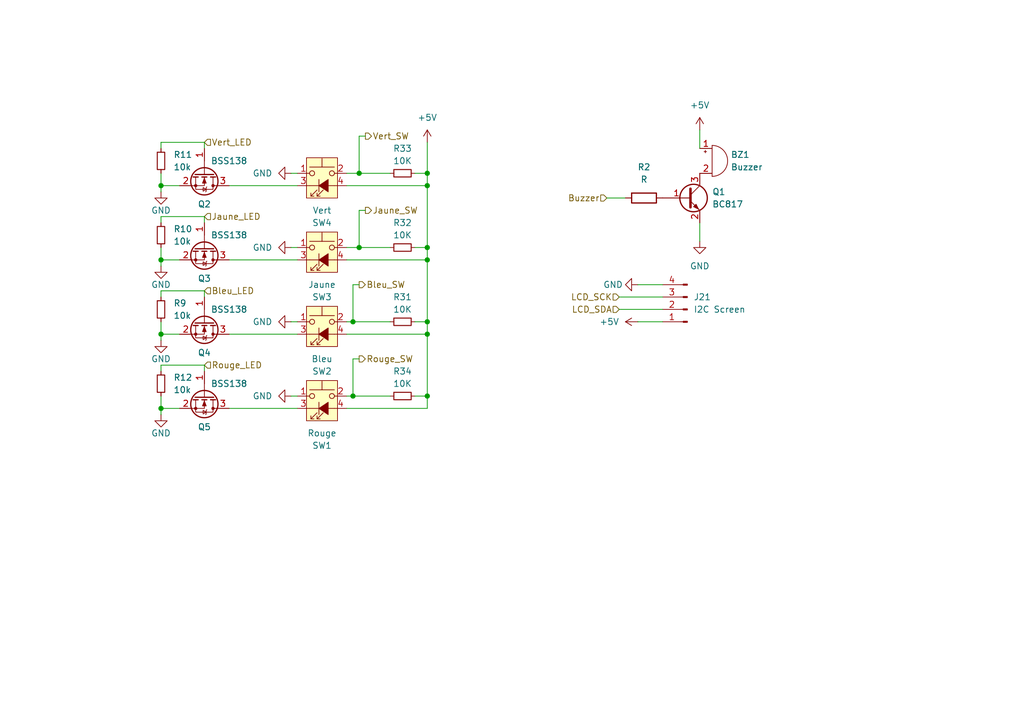
<source format=kicad_sch>
(kicad_sch (version 20231120) (generator "eeschema") (generator_version "8.0")
  (paper "A5")
  (title_block (title "Carte Principale") (date "2024-08-12") (company "CRINSA") (comment 1 "Carte de contrôle pour le robot"))
  (lib_symbols
    (symbol "Connector:Conn_01x04_Pin" (pin_names (offset 1.016) hide)
      (property "Reference" "J" (at 0 5.08 0))
      (property "Value" "Conn_01x04_Pin" (at 0 -7.62 0))
      (symbol "Conn_01x04_Pin_1_1"
        (polyline (pts (xy 1.27 -5.08) (xy 0.8636 -5.08)) (stroke (width 0.1524)))
        (polyline (pts (xy 1.27 -2.54) (xy 0.8636 -2.54)) (stroke (width 0.1524)))
        (polyline (pts (xy 1.27 0) (xy 0.8636 0)) (stroke (width 0.1524)))
        (polyline (pts (xy 1.27 2.54) (xy 0.8636 2.54)) (stroke (width 0.1524)))
        (rectangle (start 0.8636 -4.953) (end 0 -5.207) (stroke (width 0.1524)) (fill (type outline)))
        (rectangle (start 0.8636 -2.413) (end 0 -2.667) (stroke (width 0.1524)) (fill (type outline)))
        (rectangle (start 0.8636 0.127) (end 0 -0.127) (stroke (width 0.1524)) (fill (type outline)))
        (rectangle (start 0.8636 2.667) (end 0 2.413) (stroke (width 0.1524)) (fill (type outline)))
        (pin passive line (at 5.08 2.54 180) (length 3.81) (name "Pin_1") (number "1"))
        (pin passive line (at 5.08 0 180) (length 3.81) (name "Pin_2") (number "2"))
        (pin passive line (at 5.08 -2.54 180) (length 3.81) (name "Pin_3") (number "3"))
        (pin passive line (at 5.08 -5.08 180) (length 3.81) (name "Pin_4") (number "4"))
      )
    )
    (symbol "Device:Buzzer" (pin_names (offset 0.0254) hide)
      (property "Reference" "BZ" (at 3.81 1.27 0))
      (property "Value" "Buzzer" (at 3.81 -1.27 0))
      (symbol "Buzzer_0_1"
        (arc (start 0 -3.175) (mid 3.1612 0) (end 0 3.175))
        (polyline (pts (xy -1.651 1.905) (xy -1.143 1.905)))
        (polyline (pts (xy -1.397 2.159) (xy -1.397 1.651)))
        (polyline (pts (xy 0 3.175) (xy 0 -3.175)))
      )
      (symbol "Buzzer_1_1"
        (pin passive line (at -2.54 2.54 0) (length 2.54) (name "+") (number "1"))
        (pin passive line (at -2.54 -2.54 0) (length 2.54) (name "-") (number "2"))
      )
    )
    (symbol "Device:R" (pin_numbers hide) (pin_names (offset 0))
      (property "Reference" "R" (at 2.032 0 90))
      (property "Value" "R" (at 0 0 90))
      (symbol "R_0_1"
        (rectangle (start -1.016 -2.54) (end 1.016 2.54) (stroke (width 0.254)))
      )
      (symbol "R_1_1"
        (pin passive line (at 0 3.81 270) (length 1.27) (name "~") (number "1"))
        (pin passive line (at 0 -3.81 90) (length 1.27) (name "~") (number "2"))
      )
    )
    (symbol "Device:R_Small" (pin_numbers hide) (pin_names (offset 0.254) hide)
      (property "Reference" "R" (at 0.762 0.508 0))
      (property "Value" "R_Small" (at 0.762 -1.016 0))
      (symbol "R_Small_0_1"
        (rectangle (start -0.762 1.778) (end 0.762 -1.778) (stroke (width 0.2032)))
      )
      (symbol "R_Small_1_1"
        (pin passive line (at 0 2.54 270) (length 0.762) (name "~") (number "1"))
        (pin passive line (at 0 -2.54 90) (length 0.762) (name "~") (number "2"))
      )
    )
    (symbol "Switch:SW_Push_LED" (pin_names (offset 1.016) hide)
      (property "Reference" "SW" (at 0 7.62 0))
      (property "Value" "SW_Push_LED" (at 0 -3.81 0))
      (symbol "SW_Push_LED_0_0"
        (polyline (pts (xy -2.54 0) (xy 2.54 0)))
        (polyline (pts (xy -2.286 -2.159) (xy -1.016 -0.889)))
        (polyline (pts (xy -1.016 -2.159) (xy 0.254 -0.889)))
        (polyline (pts (xy -0.635 1.27) (xy -0.635 -1.27)))
        (polyline (pts (xy -2.286 -1.524) (xy -2.286 -2.159) (xy -1.651 -2.159)))
        (polyline (pts (xy -1.016 -1.524) (xy -1.016 -2.159) (xy -0.381 -2.159)))
        (polyline (pts (xy -0.635 0) (xy 1.27 1.27) (xy 1.27 -1.27) (xy -0.635 0)) (fill (type outline)))
      )
      (symbol "SW_Push_LED_0_1"
        (circle (center -2.032 2.54) (radius 0.508))
        (polyline (pts (xy 0 3.81) (xy 0 5.588)))
        (polyline (pts (xy 2.54 3.81) (xy -2.54 3.81)))
        (circle (center 2.032 2.54) (radius 0.508))
        (pin passive line (at -5.08 2.54 0) (length 2.54) (name "1") (number "1"))
        (pin passive line (at 5.08 2.54 180) (length 2.54) (name "2") (number "2"))
        (pin passive line (at -5.08 0 0) (length 2.54) (name "K") (number "3"))
        (pin passive line (at 5.08 0 180) (length 2.54) (name "A") (number "4"))
      )
      (symbol "SW_Push_LED_1_1"
        (rectangle (start -3.175 5.715) (end 3.175 -2.54) (fill (type background)))
      )
    )
    (symbol "Transistor_BJT:BC817" (pin_names (offset 0) hide)
      (property "Reference" "Q" (at 5.08 1.905 0))
      (property "Value" "BC817" (at 5.08 0 0))
      (symbol "BC817_0_1"
        (polyline (pts (xy 0.635 0.635) (xy 2.54 2.54)))
        (polyline (pts (xy 0.635 -0.635) (xy 2.54 -2.54) (xy 2.54 -2.54)))
        (polyline (pts (xy 0.635 1.905) (xy 0.635 -1.905) (xy 0.635 -1.905)) (stroke (width 0.508)))
        (polyline (pts (xy 1.27 -1.778) (xy 1.778 -1.27) (xy 2.286 -2.286) (xy 1.27 -1.778) (xy 1.27 -1.778)) (fill (type outline)))
        (circle (center 1.27 0) (radius 2.8194) (stroke (width 0.254)))
      )
      (symbol "BC817_1_1"
        (pin input line (at -5.08 0 0) (length 5.715) (name "B") (number "1"))
        (pin passive line (at 2.54 -5.08 90) (length 2.54) (name "E") (number "2"))
        (pin passive line (at 2.54 5.08 270) (length 2.54) (name "C") (number "3"))
      )
    )
    (symbol "Transistor_FET:BSS138" (pin_names hide)
      (property "Reference" "Q" (at 5.08 1.905 0))
      (property "Value" "BSS138" (at 5.08 0 0))
      (symbol "BSS138_0_1"
        (polyline (pts (xy 0.254 0) (xy -2.54 0)))
        (polyline (pts (xy 0.254 1.905) (xy 0.254 -1.905)) (stroke (width 0.254)))
        (polyline (pts (xy 0.762 -1.27) (xy 0.762 -2.286)) (stroke (width 0.254)))
        (polyline (pts (xy 0.762 0.508) (xy 0.762 -0.508)) (stroke (width 0.254)))
        (polyline (pts (xy 0.762 2.286) (xy 0.762 1.27)) (stroke (width 0.254)))
        (polyline (pts (xy 2.54 2.54) (xy 2.54 1.778)))
        (polyline (pts (xy 2.54 -2.54) (xy 2.54 0) (xy 0.762 0)))
        (polyline (pts (xy 0.762 -1.778) (xy 3.302 -1.778) (xy 3.302 1.778) (xy 0.762 1.778)))
        (polyline (pts (xy 1.016 0) (xy 2.032 0.381) (xy 2.032 -0.381) (xy 1.016 0)) (fill (type outline)))
        (polyline (pts (xy 2.794 0.508) (xy 2.921 0.381) (xy 3.683 0.381) (xy 3.81 0.254)))
        (polyline (pts (xy 3.302 0.381) (xy 2.921 -0.254) (xy 3.683 -0.254) (xy 3.302 0.381)))
        (circle (center 1.651 0) (radius 2.794) (stroke (width 0.254)))
        (circle (center 2.54 -1.778) (radius 0.254) (fill (type outline)))
        (circle (center 2.54 1.778) (radius 0.254) (fill (type outline)))
      )
      (symbol "BSS138_1_1"
        (pin input line (at -5.08 0 0) (length 2.54) (name "G") (number "1"))
        (pin passive line (at 2.54 -5.08 90) (length 2.54) (name "S") (number "2"))
        (pin passive line (at 2.54 5.08 270) (length 2.54) (name "D") (number "3"))
      )
    )
    (symbol "power:+5V" (power) (pin_numbers hide) (pin_names (offset 0) hide)
      (property "Value" "+5V" (at 0 3.556 0))
      (symbol "+5V_0_1"
        (polyline (pts (xy -0.762 1.27) (xy 0 2.54)))
        (polyline (pts (xy 0 0) (xy 0 2.54)))
        (polyline (pts (xy 0 2.54) (xy 0.762 1.27)))
      )
      (symbol "+5V_1_1"
        (pin power_in line (at 0 0 90) (length 0) (name "~") (number "1"))
      )
    )
    (symbol "power:GND" (power) (pin_numbers hide) (pin_names (offset 0) hide)
      (property "Value" "GND" (at 0 -3.81 0))
      (symbol "GND_0_1"
        (polyline (pts (xy 0 0) (xy 0 -1.27) (xy 1.27 -1.27) (xy 0 -2.54) (xy -1.27 -1.27) (xy 0 -1.27)))
      )
      (symbol "GND_1_1"
        (pin power_in line (at 0 0 270) (length 0) (name "~") (number "1"))
      )
    )
  )
  (junction (at 87.63 81.28))
  (junction (at 33.02 68.58))
  (junction (at 33.02 38.1))
  (junction (at 87.63 66.04))
  (junction (at 73.66 50.8))
  (junction (at 87.63 50.8))
  (junction (at 33.02 53.34))
  (junction (at 33.02 83.82))
  (junction (at 87.63 38.1))
  (junction (at 87.63 35.56))
  (junction (at 87.63 53.34))
  (junction (at 73.66 35.56))
  (junction (at 72.39 66.04))
  (junction (at 87.63 68.58))
  (junction (at 72.39 81.28))
  (wire (pts (xy 71.12 38.1) (xy 87.63 38.1)))
  (wire (pts (xy 33.02 53.34) (xy 36.83 53.34)))
  (wire (pts (xy 33.02 53.34) (xy 33.02 54.61)))
  (wire (pts (xy 72.39 58.42) (xy 73.66 58.42)))
  (wire (pts (xy 41.91 60.96) (xy 41.91 59.69)))
  (wire (pts (xy 71.12 50.8) (xy 73.66 50.8)))
  (wire (pts (xy 72.39 73.66) (xy 72.39 81.28)))
  (wire (pts (xy 73.66 35.56) (xy 80.01 35.56)))
  (wire (pts (xy 46.99 53.34) (xy 60.96 53.34)))
  (wire (pts (xy 72.39 81.28) (xy 80.01 81.28)))
  (wire (pts (xy 87.63 35.56) (xy 87.63 38.1)))
  (wire (pts (xy 73.66 43.18) (xy 74.93 43.18)))
  (wire (pts (xy 33.02 66.04) (xy 33.02 68.58)))
  (wire (pts (xy 87.63 68.58) (xy 87.63 66.04)))
  (wire (pts (xy 59.69 50.8) (xy 60.96 50.8)))
  (wire (pts (xy 85.09 35.56) (xy 87.63 35.56)))
  (wire (pts (xy 33.02 68.58) (xy 36.83 68.58)))
  (wire (pts (xy 33.02 74.93) (xy 33.02 76.2)))
  (wire (pts (xy 59.69 81.28) (xy 60.96 81.28)))
  (wire (pts (xy 71.12 35.56) (xy 73.66 35.56)))
  (wire (pts (xy 71.12 66.04) (xy 72.39 66.04)))
  (wire (pts (xy 41.91 59.69) (xy 33.02 59.69)))
  (wire (pts (xy 41.91 76.2) (xy 41.91 74.93)))
  (wire (pts (xy 33.02 83.82) (xy 36.83 83.82)))
  (wire (pts (xy 85.09 50.8) (xy 87.63 50.8)))
  (wire (pts (xy 33.02 38.1) (xy 36.83 38.1)))
  (wire (pts (xy 124.46 40.64) (xy 128.27 40.64)))
  (wire (pts (xy 33.02 59.69) (xy 33.02 60.96)))
  (wire (pts (xy 87.63 38.1) (xy 87.63 50.8)))
  (wire (pts (xy 59.69 66.04) (xy 60.96 66.04)))
  (wire (pts (xy 130.81 66.04) (xy 135.89 66.04)))
  (wire (pts (xy 127 60.96) (xy 135.89 60.96)))
  (wire (pts (xy 33.02 29.21) (xy 33.02 30.48)))
  (wire (pts (xy 85.09 81.28) (xy 87.63 81.28)))
  (wire (pts (xy 33.02 44.45) (xy 33.02 45.72)))
  (wire (pts (xy 72.39 58.42) (xy 72.39 66.04)))
  (wire (pts (xy 46.99 83.82) (xy 60.96 83.82)))
  (wire (pts (xy 33.02 83.82) (xy 33.02 85.09)))
  (wire (pts (xy 85.09 66.04) (xy 87.63 66.04)))
  (wire (pts (xy 72.39 73.66) (xy 73.66 73.66)))
  (wire (pts (xy 41.91 74.93) (xy 33.02 74.93)))
  (wire (pts (xy 71.12 53.34) (xy 87.63 53.34)))
  (wire (pts (xy 33.02 68.58) (xy 33.02 69.85)))
  (wire (pts (xy 41.91 44.45) (xy 33.02 44.45)))
  (wire (pts (xy 33.02 38.1) (xy 33.02 39.37)))
  (wire (pts (xy 143.51 26.67) (xy 143.51 30.48)))
  (wire (pts (xy 46.99 38.1) (xy 60.96 38.1)))
  (wire (pts (xy 73.66 27.94) (xy 74.93 27.94)))
  (wire (pts (xy 87.63 53.34) (xy 87.63 66.04)))
  (wire (pts (xy 72.39 66.04) (xy 80.01 66.04)))
  (wire (pts (xy 46.99 68.58) (xy 60.96 68.58)))
  (wire (pts (xy 130.81 58.42) (xy 135.89 58.42)))
  (wire (pts (xy 71.12 68.58) (xy 87.63 68.58)))
  (wire (pts (xy 59.69 35.56) (xy 60.96 35.56)))
  (wire (pts (xy 33.02 35.56) (xy 33.02 38.1)))
  (wire (pts (xy 71.12 83.82) (xy 87.63 83.82)))
  (wire (pts (xy 127 63.5) (xy 135.89 63.5)))
  (wire (pts (xy 41.91 29.21) (xy 33.02 29.21)))
  (wire (pts (xy 73.66 43.18) (xy 73.66 50.8)))
  (wire (pts (xy 87.63 29.21) (xy 87.63 35.56)))
  (wire (pts (xy 71.12 81.28) (xy 72.39 81.28)))
  (wire (pts (xy 41.91 30.48) (xy 41.91 29.21)))
  (wire (pts (xy 87.63 50.8) (xy 87.63 53.34)))
  (wire (pts (xy 41.91 45.72) (xy 41.91 44.45)))
  (wire (pts (xy 33.02 50.8) (xy 33.02 53.34)))
  (wire (pts (xy 87.63 83.82) (xy 87.63 81.28)))
  (wire (pts (xy 143.51 45.72) (xy 143.51 49.53)))
  (wire (pts (xy 73.66 27.94) (xy 73.66 35.56)))
  (wire (pts (xy 73.66 50.8) (xy 80.01 50.8)))
  (wire (pts (xy 33.02 81.28) (xy 33.02 83.82)))
  (wire (pts (xy 87.63 81.28) (xy 87.63 68.58)))
  (hierarchical_label "LCD_SCK" (shape input) (at 127 60.96 180))
  (hierarchical_label "Bleu_LED" (shape input) (at 41.91 59.69 0))
  (hierarchical_label "Buzzer" (shape input) (at 124.46 40.64 180))
  (hierarchical_label "Bleu_SW" (shape output) (at 73.66 58.42 0))
  (hierarchical_label "Jaune_LED" (shape input) (at 41.91 44.45 0))
  (hierarchical_label "Rouge_SW" (shape output) (at 73.66 73.66 0))
  (hierarchical_label "Rouge_LED" (shape input) (at 41.91 74.93 0))
  (hierarchical_label "LCD_SDA" (shape input) (at 127 63.5 180))
  (hierarchical_label "Vert_LED" (shape input) (at 41.91 29.21 0))
  (hierarchical_label "Vert_SW" (shape output) (at 74.93 27.94 0))
  (hierarchical_label "Jaune_SW" (shape output) (at 74.93 43.18 0))
  (symbol (lib_id "power:GND") (at 59.69 50.8 270) (unit 1)
    (property "Reference" "#PWR084" (effects (hide yes)))
    (property "Value" "GND" (at 55.88 50.7999 90) (effects (justify right)))
    (property "Description" "Power symbol creates a global label with name \"GND\" , ground" (effects (hide yes)))
  )
  (symbol (lib_id "Device:R_Small") (at 82.55 50.8 90) (unit 1)
    (property "Reference" "R32" (at 82.55 45.72 90))
    (property "Value" "10K" (at 82.55 48.26 90))
    (property "Footprint" "Resistor_SMD:R_1210_3225Metric_Pad1.30x2.65mm_HandSolder" (effects (hide yes)))
    (property "Description" "Resistor, small symbol" (effects (hide yes)))
  )
  (symbol (lib_id "Transistor_FET:BSS138") (at 41.91 50.8 270) (unit 1)
    (property "Reference" "Q3" (at 41.91 57.15 90))
    (property "Value" "BSS138" (at 46.99 48.26 90))
    (property "Footprint" "Package_TO_SOT_SMD:SOT-23" (effects (hide yes)))
    (property "Datasheet" "https://www.onsemi.com/pub/Collateral/BSS138-D.PDF" (effects (hide yes)))
    (property "Description" "50V Vds, 0.22A Id, N-Channel MOSFET, SOT-23" (effects (hide yes)))
  )
  (symbol (lib_id "Device:R_Small") (at 33.02 78.74 180) (unit 1)
    (property "Reference" "R12" (at 35.56 77.4699 0) (effects (justify right)))
    (property "Value" "10k" (at 35.56 80.0099 0) (effects (justify right)))
    (property "Footprint" "Resistor_SMD:R_1210_3225Metric_Pad1.30x2.65mm_HandSolder" (effects (hide yes)))
    (property "Description" "Resistor, small symbol" (effects (hide yes)))
  )
  (symbol (lib_id "Device:R_Small") (at 82.55 35.56 90) (unit 1)
    (property "Reference" "R33" (at 82.55 30.48 90))
    (property "Value" "10K" (at 82.55 33.02 90))
    (property "Footprint" "Resistor_SMD:R_1210_3225Metric_Pad1.30x2.65mm_HandSolder" (effects (hide yes)))
    (property "Description" "Resistor, small symbol" (effects (hide yes)))
  )
  (symbol (lib_id "power:GND") (at 59.69 35.56 270) (unit 1)
    (property "Reference" "#PWR081" (effects (hide yes)))
    (property "Value" "GND" (at 55.88 35.5599 90) (effects (justify right)))
    (property "Description" "Power symbol creates a global label with name \"GND\" , ground" (effects (hide yes)))
  )
  (symbol (lib_id "power:+5V") (at 130.81 66.04 90) (unit 1)
    (property "Reference" "#PWR045" (effects (hide yes)))
    (property "Value" "+5V" (at 127 66.0399 90) (effects (justify left)))
    (property "Description" "Power symbol creates a global label with name \"+5V\"" (effects (hide yes)))
  )
  (symbol (lib_id "Device:R_Small") (at 82.55 66.04 90) (unit 1)
    (property "Reference" "R31" (at 82.55 60.96 90))
    (property "Value" "10K" (at 82.55 63.5 90))
    (property "Footprint" "Resistor_SMD:R_1210_3225Metric_Pad1.30x2.65mm_HandSolder" (effects (hide yes)))
    (property "Description" "Resistor, small symbol" (effects (hide yes)))
  )
  (symbol (lib_id "Device:Buzzer") (at 146.05 33.02 0) (unit 1)
    (property "Reference" "BZ1" (at 149.86 31.7499 0) (effects (justify left)))
    (property "Value" "Buzzer" (at 149.86 34.2899 0) (effects (justify left)))
    (property "Footprint" "Buzzer_Beeper:Buzzer_12x9.5RM7.6" (effects (hide yes)))
    (property "Description" "Buzzer, polarized" (effects (hide yes)))
  )
  (symbol (lib_id "power:+5V") (at 143.51 26.67 0) (unit 1)
    (property "Reference" "#PWR017" (effects (hide yes)))
    (property "Value" "+5V" (at 143.51 21.59 0))
    (property "Description" "Power symbol creates a global label with name \"+5V\"" (effects (hide yes)))
  )
  (symbol (lib_id "Device:R_Small") (at 82.55 81.28 90) (unit 1)
    (property "Reference" "R34" (at 82.55 76.2 90))
    (property "Value" "10K" (at 82.55 78.74 90))
    (property "Footprint" "Resistor_SMD:R_1210_3225Metric_Pad1.30x2.65mm_HandSolder" (effects (hide yes)))
    (property "Description" "Resistor, small symbol" (effects (hide yes)))
  )
  (symbol (lib_id "Device:R_Small") (at 33.02 48.26 180) (unit 1)
    (property "Reference" "R10" (at 35.56 46.9899 0) (effects (justify right)))
    (property "Value" "10k" (at 35.56 49.5299 0) (effects (justify right)))
    (property "Footprint" "Resistor_SMD:R_1210_3225Metric_Pad1.30x2.65mm_HandSolder" (effects (hide yes)))
    (property "Description" "Resistor, small symbol" (effects (hide yes)))
  )
  (symbol (lib_id "Transistor_FET:BSS138") (at 41.91 66.04 270) (unit 1)
    (property "Reference" "Q4" (at 41.91 72.39 90))
    (property "Value" "BSS138" (at 46.99 63.5 90))
    (property "Footprint" "Package_TO_SOT_SMD:SOT-23" (effects (hide yes)))
    (property "Datasheet" "https://www.onsemi.com/pub/Collateral/BSS138-D.PDF" (effects (hide yes)))
    (property "Description" "50V Vds, 0.22A Id, N-Channel MOSFET, SOT-23" (effects (hide yes)))
  )
  (symbol (lib_id "Switch:SW_Push_LED") (at 66.04 53.34 0) (unit 1)
    (property "Reference" "SW3" (at 66.04 60.96 0))
    (property "Value" "Jaune" (at 66.04 58.42 0))
    (property "Footprint" "Connector_JST:JST_XH_B4B-XH-A_1x04_P2.50mm_Vertical" (effects (hide yes)))
    (property "Description" "Push button switch with LED, generic" (effects (hide yes)))
  )
  (symbol (lib_id "power:GND") (at 33.02 39.37 0) (unit 1)
    (property "Reference" "#PWR082" (effects (hide yes)))
    (property "Value" "GND" (at 33.02 43.18 0))
    (property "Description" "Power symbol creates a global label with name \"GND\" , ground" (effects (hide yes)))
  )
  (symbol (lib_id "power:GND") (at 33.02 85.09 0) (unit 1)
    (property "Reference" "#PWR091" (effects (hide yes)))
    (property "Value" "GND" (at 33.02 88.9 0))
    (property "Description" "Power symbol creates a global label with name \"GND\" , ground" (effects (hide yes)))
  )
  (symbol (lib_id "Connector:Conn_01x04_Pin") (at 140.97 63.5 180) (unit 1)
    (property "Reference" "J21" (at 142.24 60.9599 0) (effects (justify right)))
    (property "Value" "I2C Screen" (at 142.24 63.4999 0) (effects (justify right)))
    (property "Footprint" "Connector_JST:JST_XH_B4B-XH-A_1x04_P2.50mm_Vertical" (effects (hide yes)))
    (property "Description" "Generic connector, single row, 01x04, script generated" (effects (hide yes)))
  )
  (symbol (lib_id "Transistor_FET:BSS138") (at 41.91 81.28 270) (unit 1)
    (property "Reference" "Q5" (at 41.91 87.63 90))
    (property "Value" "BSS138" (at 46.99 78.74 90))
    (property "Footprint" "Package_TO_SOT_SMD:SOT-23" (effects (hide yes)))
    (property "Datasheet" "https://www.onsemi.com/pub/Collateral/BSS138-D.PDF" (effects (hide yes)))
    (property "Description" "50V Vds, 0.22A Id, N-Channel MOSFET, SOT-23" (effects (hide yes)))
  )
  (symbol (lib_id "power:GND") (at 59.69 81.28 270) (unit 1)
    (property "Reference" "#PWR090" (effects (hide yes)))
    (property "Value" "GND" (at 55.88 81.2799 90) (effects (justify right)))
    (property "Description" "Power symbol creates a global label with name \"GND\" , ground" (effects (hide yes)))
  )
  (symbol (lib_id "power:GND") (at 33.02 54.61 0) (unit 1)
    (property "Reference" "#PWR086" (effects (hide yes)))
    (property "Value" "GND" (at 33.02 58.42 0))
    (property "Description" "Power symbol creates a global label with name \"GND\" , ground" (effects (hide yes)))
  )
  (symbol (lib_id "Transistor_BJT:BC817") (at 140.97 40.64 0) (unit 1)
    (property "Reference" "Q1" (at 146.05 39.3699 0) (effects (justify left)))
    (property "Value" "BC817" (at 146.05 41.9099 0) (effects (justify left)))
    (property "Footprint" "Package_TO_SOT_SMD:SOT-23" (effects (hide yes)))
    (property "Datasheet" "https://www.onsemi.com/pub/Collateral/BC818-D.pdf" (effects (hide yes)))
    (property "Description" "0.8A Ic, 45V Vce, NPN Transistor, SOT-23" (effects (hide yes)))
  )
  (symbol (lib_id "Device:R_Small") (at 33.02 33.02 180) (unit 1)
    (property "Reference" "R11" (at 35.56 31.7499 0) (effects (justify right)))
    (property "Value" "10k" (at 35.56 34.2899 0) (effects (justify right)))
    (property "Footprint" "Resistor_SMD:R_1210_3225Metric_Pad1.30x2.65mm_HandSolder" (effects (hide yes)))
    (property "Description" "Resistor, small symbol" (effects (hide yes)))
  )
  (symbol (lib_id "Switch:SW_Push_LED") (at 66.04 83.82 0) (unit 1)
    (property "Reference" "SW1" (at 66.04 91.44 0))
    (property "Value" "Rouge" (at 66.04 88.9 0))
    (property "Footprint" "Connector_JST:JST_XH_B4B-XH-A_1x04_P2.50mm_Vertical" (effects (hide yes)))
    (property "Description" "Push button switch with LED, generic" (effects (hide yes)))
  )
  (symbol (lib_id "Switch:SW_Push_LED") (at 66.04 68.58 0) (unit 1)
    (property "Reference" "SW2" (at 66.04 76.2 0))
    (property "Value" "Bleu" (at 66.04 73.66 0))
    (property "Footprint" "Connector_JST:JST_XH_B4B-XH-A_1x04_P2.50mm_Vertical" (effects (hide yes)))
    (property "Description" "Push button switch with LED, generic" (effects (hide yes)))
  )
  (symbol (lib_id "Device:R") (at 132.08 40.64 90) (unit 1)
    (property "Reference" "R2" (at 132.08 34.29 90))
    (property "Value" "R" (at 132.08 36.83 90))
    (property "Footprint" "Resistor_SMD:R_1206_3216Metric_Pad1.30x1.75mm_HandSolder" (effects (hide yes)))
    (property "Description" "Resistor" (effects (hide yes)))
  )
  (symbol (lib_id "power:GND") (at 130.81 58.42 270) (unit 1)
    (property "Reference" "#PWR021" (effects (hide yes)))
    (property "Value" "GND" (at 125.73 58.42 90))
    (property "Description" "Power symbol creates a global label with name \"GND\" , ground" (effects (hide yes)))
  )
  (symbol (lib_id "power:GND") (at 59.69 66.04 270) (unit 1)
    (property "Reference" "#PWR087" (effects (hide yes)))
    (property "Value" "GND" (at 55.88 66.0399 90) (effects (justify right)))
    (property "Description" "Power symbol creates a global label with name \"GND\" , ground" (effects (hide yes)))
  )
  (symbol (lib_id "Switch:SW_Push_LED") (at 66.04 38.1 0) (unit 1)
    (property "Reference" "SW4" (at 66.04 45.72 0))
    (property "Value" "Vert" (at 66.04 43.18 0))
    (property "Footprint" "Connector_JST:JST_XH_B4B-XH-A_1x04_P2.50mm_Vertical" (effects (hide yes)))
    (property "Description" "Push button switch with LED, generic" (effects (hide yes)))
  )
  (symbol (lib_id "Transistor_FET:BSS138") (at 41.91 35.56 270) (unit 1)
    (property "Reference" "Q2" (at 41.91 41.91 90))
    (property "Value" "BSS138" (at 46.99 33.02 90))
    (property "Footprint" "Package_TO_SOT_SMD:SOT-23" (effects (hide yes)))
    (property "Datasheet" "https://www.onsemi.com/pub/Collateral/BSS138-D.PDF" (effects (hide yes)))
    (property "Description" "50V Vds, 0.22A Id, N-Channel MOSFET, SOT-23" (effects (hide yes)))
  )
  (symbol (lib_id "power:GND") (at 33.02 69.85 0) (unit 1)
    (property "Reference" "#PWR089" (effects (hide yes)))
    (property "Value" "GND" (at 33.02 73.66 0))
    (property "Description" "Power symbol creates a global label with name \"GND\" , ground" (effects (hide yes)))
  )
  (symbol (lib_id "Device:R_Small") (at 33.02 63.5 180) (unit 1)
    (property "Reference" "R9" (at 35.56 62.2299 0) (effects (justify right)))
    (property "Value" "10k" (at 35.56 64.7699 0) (effects (justify right)))
    (property "Footprint" "Resistor_SMD:R_1210_3225Metric_Pad1.30x2.65mm_HandSolder" (effects (hide yes)))
    (property "Description" "Resistor, small symbol" (effects (hide yes)))
  )
  (symbol (lib_id "power:+5V") (at 87.63 29.21 0) (unit 1)
    (property "Reference" "#PWR080" (effects (hide yes)))
    (property "Value" "+5V" (at 87.63 24.13 0))
    (property "Description" "Power symbol creates a global label with name \"+5V\"" (effects (hide yes)))
  )
  (symbol (lib_id "power:GND") (at 143.51 49.53 0) (unit 1)
    (property "Reference" "#PWR018" (effects (hide yes)))
    (property "Value" "GND" (at 143.51 54.61 0))
    (property "Description" "Power symbol creates a global label with name \"GND\" , ground" (effects (hide yes)))
  )
)
</source>
